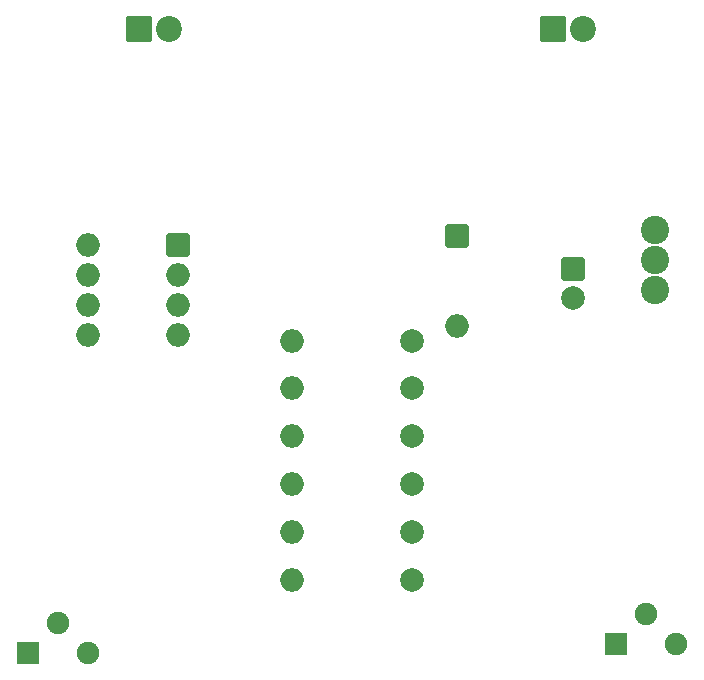
<source format=gbr>
%TF.GenerationSoftware,KiCad,Pcbnew,8.0.1*%
%TF.CreationDate,2024-04-02T10:31:50+02:00*%
%TF.ProjectId,Tiger,54696765-722e-46b6-9963-61645f706362,rev?*%
%TF.SameCoordinates,Original*%
%TF.FileFunction,Soldermask,Top*%
%TF.FilePolarity,Negative*%
%FSLAX46Y46*%
G04 Gerber Fmt 4.6, Leading zero omitted, Abs format (unit mm)*
G04 Created by KiCad (PCBNEW 8.0.1) date 2024-04-02 10:31:50*
%MOMM*%
%LPD*%
G01*
G04 APERTURE LIST*
G04 Aperture macros list*
%AMRoundRect*
0 Rectangle with rounded corners*
0 $1 Rounding radius*
0 $2 $3 $4 $5 $6 $7 $8 $9 X,Y pos of 4 corners*
0 Add a 4 corners polygon primitive as box body*
4,1,4,$2,$3,$4,$5,$6,$7,$8,$9,$2,$3,0*
0 Add four circle primitives for the rounded corners*
1,1,$1+$1,$2,$3*
1,1,$1+$1,$4,$5*
1,1,$1+$1,$6,$7*
1,1,$1+$1,$8,$9*
0 Add four rect primitives between the rounded corners*
20,1,$1+$1,$2,$3,$4,$5,0*
20,1,$1+$1,$4,$5,$6,$7,0*
20,1,$1+$1,$6,$7,$8,$9,0*
20,1,$1+$1,$8,$9,$2,$3,0*%
G04 Aperture macros list end*
%ADD10RoundRect,0.200000X-0.900000X-0.900000X0.900000X-0.900000X0.900000X0.900000X-0.900000X0.900000X0*%
%ADD11C,2.200000*%
%ADD12RoundRect,0.200000X-0.750000X-0.750000X0.750000X-0.750000X0.750000X0.750000X-0.750000X0.750000X0*%
%ADD13C,1.900000*%
%ADD14C,2.000000*%
%ADD15O,2.000000X2.000000*%
%ADD16RoundRect,0.200000X-0.800000X0.800000X-0.800000X-0.800000X0.800000X-0.800000X0.800000X0.800000X0*%
%ADD17C,2.400000*%
%ADD18RoundRect,0.200000X0.800000X0.800000X-0.800000X0.800000X-0.800000X-0.800000X0.800000X-0.800000X0*%
G04 APERTURE END LIST*
D10*
%TO.C,D1*%
X46482000Y-59690000D03*
D11*
X49022000Y-59690000D03*
%TD*%
D12*
%TO.C,Q2*%
X86868000Y-111760000D03*
D13*
X89408000Y-109220000D03*
X91948000Y-111760000D03*
%TD*%
D10*
%TO.C,D2*%
X81534000Y-59690000D03*
D11*
X84074000Y-59690000D03*
%TD*%
D12*
%TO.C,Q1*%
X37084000Y-112522000D03*
D13*
X39624000Y-109982000D03*
X42164000Y-112522000D03*
%TD*%
D14*
%TO.C,R4*%
X69596000Y-90156000D03*
D15*
X59436000Y-90156000D03*
%TD*%
D16*
%TO.C,D3*%
X73406000Y-77216000D03*
D15*
X73406000Y-84836000D03*
%TD*%
D14*
%TO.C,R3*%
X69596000Y-86106000D03*
D15*
X59436000Y-86106000D03*
%TD*%
D17*
%TO.C,S1*%
X90170000Y-76708000D03*
X90170000Y-79248000D03*
X90170000Y-81788000D03*
%TD*%
D18*
%TO.C,U1*%
X49774000Y-77988000D03*
D15*
X49774000Y-80528000D03*
X49774000Y-83068000D03*
X49774000Y-85608000D03*
X42154000Y-85608000D03*
X42154000Y-83068000D03*
X42154000Y-80528000D03*
X42154000Y-77988000D03*
%TD*%
D14*
%TO.C,R1off1*%
X69596000Y-106356000D03*
D15*
X59436000Y-106356000D03*
%TD*%
D14*
%TO.C,R5*%
X69596000Y-94206000D03*
D15*
X59436000Y-94206000D03*
%TD*%
D16*
%TO.C,C1*%
X83216000Y-80010000D03*
D14*
X83216000Y-82510000D03*
%TD*%
%TO.C,R6*%
X69596000Y-98256000D03*
D15*
X59436000Y-98256000D03*
%TD*%
D14*
%TO.C,R7*%
X69596000Y-102306000D03*
D15*
X59436000Y-102306000D03*
%TD*%
M02*

</source>
